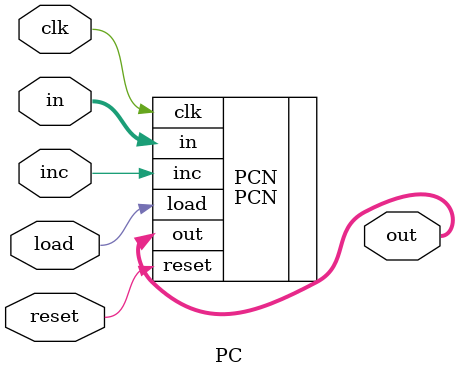
<source format=v>
module PC (
  input wire clk, load, inc, reset,
  input wire [15:0] in,
  output wire [15:0] out
);

PCN #(.width(16)) PCN(
  .clk(clk),
  .load(load),
  .inc(inc),
  .reset(reset),
  .in(in),
  .out(out)
);

endmodule

</source>
